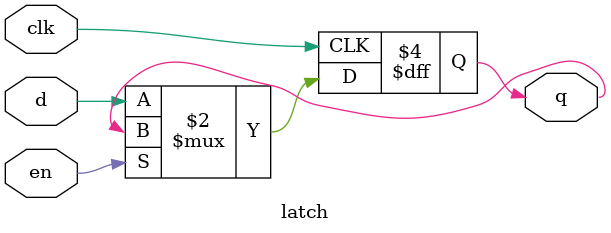
<source format=sv>
module latch ( 
	input clk,
	input en,
	input d,
	output reg q );


always @(posedge clk) begin
	case(en) 
		1'b0:q<= d; 
	endcase 
end
endmodule

</source>
